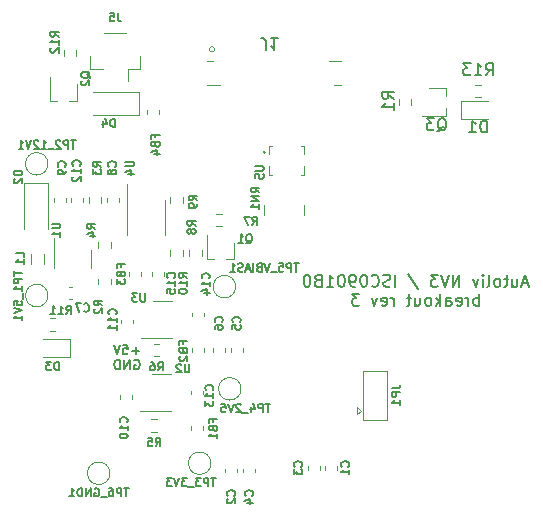
<source format=gbr>
%TF.GenerationSoftware,KiCad,Pcbnew,6.0.0-d3dd2cf0fa~116~ubuntu20.04.1*%
%TF.CreationDate,2022-01-19T11:27:02+02:00*%
%TF.ProjectId,isc0901b0-breakout,69736330-3930-4316-9230-2d627265616b,rev2*%
%TF.SameCoordinates,Original*%
%TF.FileFunction,Legend,Bot*%
%TF.FilePolarity,Positive*%
%FSLAX46Y46*%
G04 Gerber Fmt 4.6, Leading zero omitted, Abs format (unit mm)*
G04 Created by KiCad (PCBNEW 6.0.0-d3dd2cf0fa~116~ubuntu20.04.1) date 2022-01-19 11:27:02*
%MOMM*%
%LPD*%
G01*
G04 APERTURE LIST*
%ADD10C,0.150000*%
%ADD11C,0.200000*%
%ADD12C,0.120000*%
G04 APERTURE END LIST*
D10*
X87950000Y-117511666D02*
X87473809Y-117511666D01*
X88045238Y-117797380D02*
X87711904Y-116797380D01*
X87378571Y-117797380D01*
X86616666Y-117130714D02*
X86616666Y-117797380D01*
X87045238Y-117130714D02*
X87045238Y-117654523D01*
X86997619Y-117749761D01*
X86902380Y-117797380D01*
X86759523Y-117797380D01*
X86664285Y-117749761D01*
X86616666Y-117702142D01*
X86283333Y-117130714D02*
X85902380Y-117130714D01*
X86140476Y-116797380D02*
X86140476Y-117654523D01*
X86092857Y-117749761D01*
X85997619Y-117797380D01*
X85902380Y-117797380D01*
X85426190Y-117797380D02*
X85521428Y-117749761D01*
X85569047Y-117702142D01*
X85616666Y-117606904D01*
X85616666Y-117321190D01*
X85569047Y-117225952D01*
X85521428Y-117178333D01*
X85426190Y-117130714D01*
X85283333Y-117130714D01*
X85188095Y-117178333D01*
X85140476Y-117225952D01*
X85092857Y-117321190D01*
X85092857Y-117606904D01*
X85140476Y-117702142D01*
X85188095Y-117749761D01*
X85283333Y-117797380D01*
X85426190Y-117797380D01*
X84521428Y-117797380D02*
X84616666Y-117749761D01*
X84664285Y-117654523D01*
X84664285Y-116797380D01*
X84140476Y-117797380D02*
X84140476Y-117130714D01*
X84140476Y-116797380D02*
X84188095Y-116845000D01*
X84140476Y-116892619D01*
X84092857Y-116845000D01*
X84140476Y-116797380D01*
X84140476Y-116892619D01*
X83759523Y-117130714D02*
X83521428Y-117797380D01*
X83283333Y-117130714D01*
X82140476Y-117797380D02*
X82140476Y-116797380D01*
X81569047Y-117797380D01*
X81569047Y-116797380D01*
X81235714Y-116797380D02*
X80902380Y-117797380D01*
X80569047Y-116797380D01*
X80330952Y-116797380D02*
X79711904Y-116797380D01*
X80045238Y-117178333D01*
X79902380Y-117178333D01*
X79807142Y-117225952D01*
X79759523Y-117273571D01*
X79711904Y-117368809D01*
X79711904Y-117606904D01*
X79759523Y-117702142D01*
X79807142Y-117749761D01*
X79902380Y-117797380D01*
X80188095Y-117797380D01*
X80283333Y-117749761D01*
X80330952Y-117702142D01*
X77807142Y-116749761D02*
X78664285Y-118035476D01*
X76711904Y-117797380D02*
X76711904Y-116797380D01*
X76283333Y-117749761D02*
X76140476Y-117797380D01*
X75902380Y-117797380D01*
X75807142Y-117749761D01*
X75759523Y-117702142D01*
X75711904Y-117606904D01*
X75711904Y-117511666D01*
X75759523Y-117416428D01*
X75807142Y-117368809D01*
X75902380Y-117321190D01*
X76092857Y-117273571D01*
X76188095Y-117225952D01*
X76235714Y-117178333D01*
X76283333Y-117083095D01*
X76283333Y-116987857D01*
X76235714Y-116892619D01*
X76188095Y-116845000D01*
X76092857Y-116797380D01*
X75854761Y-116797380D01*
X75711904Y-116845000D01*
X74711904Y-117702142D02*
X74759523Y-117749761D01*
X74902380Y-117797380D01*
X74997619Y-117797380D01*
X75140476Y-117749761D01*
X75235714Y-117654523D01*
X75283333Y-117559285D01*
X75330952Y-117368809D01*
X75330952Y-117225952D01*
X75283333Y-117035476D01*
X75235714Y-116940238D01*
X75140476Y-116845000D01*
X74997619Y-116797380D01*
X74902380Y-116797380D01*
X74759523Y-116845000D01*
X74711904Y-116892619D01*
X74092857Y-116797380D02*
X73997619Y-116797380D01*
X73902380Y-116845000D01*
X73854761Y-116892619D01*
X73807142Y-116987857D01*
X73759523Y-117178333D01*
X73759523Y-117416428D01*
X73807142Y-117606904D01*
X73854761Y-117702142D01*
X73902380Y-117749761D01*
X73997619Y-117797380D01*
X74092857Y-117797380D01*
X74188095Y-117749761D01*
X74235714Y-117702142D01*
X74283333Y-117606904D01*
X74330952Y-117416428D01*
X74330952Y-117178333D01*
X74283333Y-116987857D01*
X74235714Y-116892619D01*
X74188095Y-116845000D01*
X74092857Y-116797380D01*
X73283333Y-117797380D02*
X73092857Y-117797380D01*
X72997619Y-117749761D01*
X72950000Y-117702142D01*
X72854761Y-117559285D01*
X72807142Y-117368809D01*
X72807142Y-116987857D01*
X72854761Y-116892619D01*
X72902380Y-116845000D01*
X72997619Y-116797380D01*
X73188095Y-116797380D01*
X73283333Y-116845000D01*
X73330952Y-116892619D01*
X73378571Y-116987857D01*
X73378571Y-117225952D01*
X73330952Y-117321190D01*
X73283333Y-117368809D01*
X73188095Y-117416428D01*
X72997619Y-117416428D01*
X72902380Y-117368809D01*
X72854761Y-117321190D01*
X72807142Y-117225952D01*
X72188095Y-116797380D02*
X72092857Y-116797380D01*
X71997619Y-116845000D01*
X71950000Y-116892619D01*
X71902380Y-116987857D01*
X71854761Y-117178333D01*
X71854761Y-117416428D01*
X71902380Y-117606904D01*
X71950000Y-117702142D01*
X71997619Y-117749761D01*
X72092857Y-117797380D01*
X72188095Y-117797380D01*
X72283333Y-117749761D01*
X72330952Y-117702142D01*
X72378571Y-117606904D01*
X72426190Y-117416428D01*
X72426190Y-117178333D01*
X72378571Y-116987857D01*
X72330952Y-116892619D01*
X72283333Y-116845000D01*
X72188095Y-116797380D01*
X70902380Y-117797380D02*
X71473809Y-117797380D01*
X71188095Y-117797380D02*
X71188095Y-116797380D01*
X71283333Y-116940238D01*
X71378571Y-117035476D01*
X71473809Y-117083095D01*
X70140476Y-117273571D02*
X69997619Y-117321190D01*
X69950000Y-117368809D01*
X69902380Y-117464047D01*
X69902380Y-117606904D01*
X69950000Y-117702142D01*
X69997619Y-117749761D01*
X70092857Y-117797380D01*
X70473809Y-117797380D01*
X70473809Y-116797380D01*
X70140476Y-116797380D01*
X70045238Y-116845000D01*
X69997619Y-116892619D01*
X69950000Y-116987857D01*
X69950000Y-117083095D01*
X69997619Y-117178333D01*
X70045238Y-117225952D01*
X70140476Y-117273571D01*
X70473809Y-117273571D01*
X69283333Y-116797380D02*
X69188095Y-116797380D01*
X69092857Y-116845000D01*
X69045238Y-116892619D01*
X68997619Y-116987857D01*
X68950000Y-117178333D01*
X68950000Y-117416428D01*
X68997619Y-117606904D01*
X69045238Y-117702142D01*
X69092857Y-117749761D01*
X69188095Y-117797380D01*
X69283333Y-117797380D01*
X69378571Y-117749761D01*
X69426190Y-117702142D01*
X69473809Y-117606904D01*
X69521428Y-117416428D01*
X69521428Y-117178333D01*
X69473809Y-116987857D01*
X69426190Y-116892619D01*
X69378571Y-116845000D01*
X69283333Y-116797380D01*
X83807142Y-119407380D02*
X83807142Y-118407380D01*
X83807142Y-118788333D02*
X83711904Y-118740714D01*
X83521428Y-118740714D01*
X83426190Y-118788333D01*
X83378571Y-118835952D01*
X83330952Y-118931190D01*
X83330952Y-119216904D01*
X83378571Y-119312142D01*
X83426190Y-119359761D01*
X83521428Y-119407380D01*
X83711904Y-119407380D01*
X83807142Y-119359761D01*
X82902380Y-119407380D02*
X82902380Y-118740714D01*
X82902380Y-118931190D02*
X82854761Y-118835952D01*
X82807142Y-118788333D01*
X82711904Y-118740714D01*
X82616666Y-118740714D01*
X81902380Y-119359761D02*
X81997619Y-119407380D01*
X82188095Y-119407380D01*
X82283333Y-119359761D01*
X82330952Y-119264523D01*
X82330952Y-118883571D01*
X82283333Y-118788333D01*
X82188095Y-118740714D01*
X81997619Y-118740714D01*
X81902380Y-118788333D01*
X81854761Y-118883571D01*
X81854761Y-118978809D01*
X82330952Y-119074047D01*
X80997619Y-119407380D02*
X80997619Y-118883571D01*
X81045238Y-118788333D01*
X81140476Y-118740714D01*
X81330952Y-118740714D01*
X81426190Y-118788333D01*
X80997619Y-119359761D02*
X81092857Y-119407380D01*
X81330952Y-119407380D01*
X81426190Y-119359761D01*
X81473809Y-119264523D01*
X81473809Y-119169285D01*
X81426190Y-119074047D01*
X81330952Y-119026428D01*
X81092857Y-119026428D01*
X80997619Y-118978809D01*
X80521428Y-119407380D02*
X80521428Y-118407380D01*
X80426190Y-119026428D02*
X80140476Y-119407380D01*
X80140476Y-118740714D02*
X80521428Y-119121666D01*
X79569047Y-119407380D02*
X79664285Y-119359761D01*
X79711904Y-119312142D01*
X79759523Y-119216904D01*
X79759523Y-118931190D01*
X79711904Y-118835952D01*
X79664285Y-118788333D01*
X79569047Y-118740714D01*
X79426190Y-118740714D01*
X79330952Y-118788333D01*
X79283333Y-118835952D01*
X79235714Y-118931190D01*
X79235714Y-119216904D01*
X79283333Y-119312142D01*
X79330952Y-119359761D01*
X79426190Y-119407380D01*
X79569047Y-119407380D01*
X78378571Y-118740714D02*
X78378571Y-119407380D01*
X78807142Y-118740714D02*
X78807142Y-119264523D01*
X78759523Y-119359761D01*
X78664285Y-119407380D01*
X78521428Y-119407380D01*
X78426190Y-119359761D01*
X78378571Y-119312142D01*
X78045238Y-118740714D02*
X77664285Y-118740714D01*
X77902380Y-118407380D02*
X77902380Y-119264523D01*
X77854761Y-119359761D01*
X77759523Y-119407380D01*
X77664285Y-119407380D01*
X76569047Y-119407380D02*
X76569047Y-118740714D01*
X76569047Y-118931190D02*
X76521428Y-118835952D01*
X76473809Y-118788333D01*
X76378571Y-118740714D01*
X76283333Y-118740714D01*
X75569047Y-119359761D02*
X75664285Y-119407380D01*
X75854761Y-119407380D01*
X75950000Y-119359761D01*
X75997619Y-119264523D01*
X75997619Y-118883571D01*
X75950000Y-118788333D01*
X75854761Y-118740714D01*
X75664285Y-118740714D01*
X75569047Y-118788333D01*
X75521428Y-118883571D01*
X75521428Y-118978809D01*
X75997619Y-119074047D01*
X75188095Y-118740714D02*
X74950000Y-119407380D01*
X74711904Y-118740714D01*
X73664285Y-118407380D02*
X73045238Y-118407380D01*
X73378571Y-118788333D01*
X73235714Y-118788333D01*
X73140476Y-118835952D01*
X73092857Y-118883571D01*
X73045238Y-118978809D01*
X73045238Y-119216904D01*
X73092857Y-119312142D01*
X73140476Y-119359761D01*
X73235714Y-119407380D01*
X73521428Y-119407380D01*
X73616666Y-119359761D01*
X73664285Y-119312142D01*
D11*
X55028571Y-123213142D02*
X54419047Y-123213142D01*
X54723809Y-123517904D02*
X54723809Y-122908380D01*
X53657142Y-122717904D02*
X54038095Y-122717904D01*
X54076190Y-123098857D01*
X54038095Y-123060761D01*
X53961904Y-123022666D01*
X53771428Y-123022666D01*
X53695238Y-123060761D01*
X53657142Y-123098857D01*
X53619047Y-123175047D01*
X53619047Y-123365523D01*
X53657142Y-123441714D01*
X53695238Y-123479809D01*
X53771428Y-123517904D01*
X53961904Y-123517904D01*
X54038095Y-123479809D01*
X54076190Y-123441714D01*
X53390476Y-122717904D02*
X53123809Y-123517904D01*
X52857142Y-122717904D01*
X54609523Y-124044000D02*
X54685714Y-124005904D01*
X54800000Y-124005904D01*
X54914285Y-124044000D01*
X54990476Y-124120190D01*
X55028571Y-124196380D01*
X55066666Y-124348761D01*
X55066666Y-124463047D01*
X55028571Y-124615428D01*
X54990476Y-124691619D01*
X54914285Y-124767809D01*
X54800000Y-124805904D01*
X54723809Y-124805904D01*
X54609523Y-124767809D01*
X54571428Y-124729714D01*
X54571428Y-124463047D01*
X54723809Y-124463047D01*
X54228571Y-124805904D02*
X54228571Y-124005904D01*
X53771428Y-124805904D01*
X53771428Y-124005904D01*
X53390476Y-124805904D02*
X53390476Y-124005904D01*
X53200000Y-124005904D01*
X53085714Y-124044000D01*
X53009523Y-124120190D01*
X52971428Y-124196380D01*
X52933333Y-124348761D01*
X52933333Y-124463047D01*
X52971428Y-124615428D01*
X53009523Y-124691619D01*
X53085714Y-124767809D01*
X53200000Y-124805904D01*
X53390476Y-124805904D01*
D10*
%TO.C,U5*%
X64866666Y-107566666D02*
X65433333Y-107566666D01*
X65500000Y-107600000D01*
X65533333Y-107633333D01*
X65566666Y-107700000D01*
X65566666Y-107833333D01*
X65533333Y-107900000D01*
X65500000Y-107933333D01*
X65433333Y-107966666D01*
X64866666Y-107966666D01*
X64866666Y-108633333D02*
X64866666Y-108300000D01*
X65200000Y-108266666D01*
X65166666Y-108300000D01*
X65133333Y-108366666D01*
X65133333Y-108533333D01*
X65166666Y-108600000D01*
X65200000Y-108633333D01*
X65266666Y-108666666D01*
X65433333Y-108666666D01*
X65500000Y-108633333D01*
X65533333Y-108600000D01*
X65566666Y-108533333D01*
X65566666Y-108366666D01*
X65533333Y-108300000D01*
X65500000Y-108266666D01*
%TO.C,R13*%
X84380357Y-99902380D02*
X84713690Y-99426190D01*
X84951785Y-99902380D02*
X84951785Y-98902380D01*
X84570833Y-98902380D01*
X84475595Y-98950000D01*
X84427976Y-98997619D01*
X84380357Y-99092857D01*
X84380357Y-99235714D01*
X84427976Y-99330952D01*
X84475595Y-99378571D01*
X84570833Y-99426190D01*
X84951785Y-99426190D01*
X83427976Y-99902380D02*
X83999404Y-99902380D01*
X83713690Y-99902380D02*
X83713690Y-98902380D01*
X83808928Y-99045238D01*
X83904166Y-99140476D01*
X83999404Y-99188095D01*
X83094642Y-98902380D02*
X82475595Y-98902380D01*
X82808928Y-99283333D01*
X82666071Y-99283333D01*
X82570833Y-99330952D01*
X82523214Y-99378571D01*
X82475595Y-99473809D01*
X82475595Y-99711904D01*
X82523214Y-99807142D01*
X82570833Y-99854761D01*
X82666071Y-99902380D01*
X82951785Y-99902380D01*
X83047023Y-99854761D01*
X83094642Y-99807142D01*
%TO.C,R1*%
X76589880Y-101883333D02*
X76113690Y-101550000D01*
X76589880Y-101311904D02*
X75589880Y-101311904D01*
X75589880Y-101692857D01*
X75637500Y-101788095D01*
X75685119Y-101835714D01*
X75780357Y-101883333D01*
X75923214Y-101883333D01*
X76018452Y-101835714D01*
X76066071Y-101788095D01*
X76113690Y-101692857D01*
X76113690Y-101311904D01*
X76589880Y-102835714D02*
X76589880Y-102264285D01*
X76589880Y-102550000D02*
X75589880Y-102550000D01*
X75732738Y-102454761D01*
X75827976Y-102359523D01*
X75875595Y-102264285D01*
%TO.C,Q3*%
X80282738Y-104647619D02*
X80377976Y-104600000D01*
X80473214Y-104504761D01*
X80616071Y-104361904D01*
X80711309Y-104314285D01*
X80806547Y-104314285D01*
X80758928Y-104552380D02*
X80854166Y-104504761D01*
X80949404Y-104409523D01*
X80997023Y-104219047D01*
X80997023Y-103885714D01*
X80949404Y-103695238D01*
X80854166Y-103600000D01*
X80758928Y-103552380D01*
X80568452Y-103552380D01*
X80473214Y-103600000D01*
X80377976Y-103695238D01*
X80330357Y-103885714D01*
X80330357Y-104219047D01*
X80377976Y-104409523D01*
X80473214Y-104504761D01*
X80568452Y-104552380D01*
X80758928Y-104552380D01*
X79997023Y-103552380D02*
X79377976Y-103552380D01*
X79711309Y-103933333D01*
X79568452Y-103933333D01*
X79473214Y-103980952D01*
X79425595Y-104028571D01*
X79377976Y-104123809D01*
X79377976Y-104361904D01*
X79425595Y-104457142D01*
X79473214Y-104504761D01*
X79568452Y-104552380D01*
X79854166Y-104552380D01*
X79949404Y-104504761D01*
X79997023Y-104457142D01*
%TO.C,D1*%
X84475595Y-104732380D02*
X84475595Y-103732380D01*
X84237500Y-103732380D01*
X84094642Y-103780000D01*
X83999404Y-103875238D01*
X83951785Y-103970476D01*
X83904166Y-104160952D01*
X83904166Y-104303809D01*
X83951785Y-104494285D01*
X83999404Y-104589523D01*
X84094642Y-104684761D01*
X84237500Y-104732380D01*
X84475595Y-104732380D01*
X82951785Y-104732380D02*
X83523214Y-104732380D01*
X83237500Y-104732380D02*
X83237500Y-103732380D01*
X83332738Y-103875238D01*
X83427976Y-103970476D01*
X83523214Y-104018095D01*
%TO.C,C1*%
X72750000Y-133033333D02*
X72783333Y-133000000D01*
X72816666Y-132900000D01*
X72816666Y-132833333D01*
X72783333Y-132733333D01*
X72716666Y-132666666D01*
X72650000Y-132633333D01*
X72516666Y-132600000D01*
X72416666Y-132600000D01*
X72283333Y-132633333D01*
X72216666Y-132666666D01*
X72150000Y-132733333D01*
X72116666Y-132833333D01*
X72116666Y-132900000D01*
X72150000Y-133000000D01*
X72183333Y-133033333D01*
X72816666Y-133700000D02*
X72816666Y-133300000D01*
X72816666Y-133500000D02*
X72116666Y-133500000D01*
X72216666Y-133433333D01*
X72283333Y-133366666D01*
X72316666Y-133300000D01*
%TO.C,C2*%
X63100000Y-135483333D02*
X63133333Y-135450000D01*
X63166666Y-135350000D01*
X63166666Y-135283333D01*
X63133333Y-135183333D01*
X63066666Y-135116666D01*
X63000000Y-135083333D01*
X62866666Y-135050000D01*
X62766666Y-135050000D01*
X62633333Y-135083333D01*
X62566666Y-135116666D01*
X62500000Y-135183333D01*
X62466666Y-135283333D01*
X62466666Y-135350000D01*
X62500000Y-135450000D01*
X62533333Y-135483333D01*
X62533333Y-135750000D02*
X62500000Y-135783333D01*
X62466666Y-135850000D01*
X62466666Y-136016666D01*
X62500000Y-136083333D01*
X62533333Y-136116666D01*
X62600000Y-136150000D01*
X62666666Y-136150000D01*
X62766666Y-136116666D01*
X63166666Y-135716666D01*
X63166666Y-136150000D01*
%TO.C,C3*%
X68750000Y-133033333D02*
X68783333Y-133000000D01*
X68816666Y-132900000D01*
X68816666Y-132833333D01*
X68783333Y-132733333D01*
X68716666Y-132666666D01*
X68650000Y-132633333D01*
X68516666Y-132600000D01*
X68416666Y-132600000D01*
X68283333Y-132633333D01*
X68216666Y-132666666D01*
X68150000Y-132733333D01*
X68116666Y-132833333D01*
X68116666Y-132900000D01*
X68150000Y-133000000D01*
X68183333Y-133033333D01*
X68116666Y-133266666D02*
X68116666Y-133700000D01*
X68383333Y-133466666D01*
X68383333Y-133566666D01*
X68416666Y-133633333D01*
X68450000Y-133666666D01*
X68516666Y-133700000D01*
X68683333Y-133700000D01*
X68750000Y-133666666D01*
X68783333Y-133633333D01*
X68816666Y-133566666D01*
X68816666Y-133366666D01*
X68783333Y-133300000D01*
X68750000Y-133266666D01*
%TO.C,C4*%
X64600000Y-135483333D02*
X64633333Y-135450000D01*
X64666666Y-135350000D01*
X64666666Y-135283333D01*
X64633333Y-135183333D01*
X64566666Y-135116666D01*
X64500000Y-135083333D01*
X64366666Y-135050000D01*
X64266666Y-135050000D01*
X64133333Y-135083333D01*
X64066666Y-135116666D01*
X64000000Y-135183333D01*
X63966666Y-135283333D01*
X63966666Y-135350000D01*
X64000000Y-135450000D01*
X64033333Y-135483333D01*
X64200000Y-136083333D02*
X64666666Y-136083333D01*
X63933333Y-135916666D02*
X64433333Y-135750000D01*
X64433333Y-136183333D01*
%TO.C,C5*%
X63550000Y-120783333D02*
X63583333Y-120750000D01*
X63616666Y-120650000D01*
X63616666Y-120583333D01*
X63583333Y-120483333D01*
X63516666Y-120416666D01*
X63450000Y-120383333D01*
X63316666Y-120350000D01*
X63216666Y-120350000D01*
X63083333Y-120383333D01*
X63016666Y-120416666D01*
X62950000Y-120483333D01*
X62916666Y-120583333D01*
X62916666Y-120650000D01*
X62950000Y-120750000D01*
X62983333Y-120783333D01*
X62916666Y-121416666D02*
X62916666Y-121083333D01*
X63250000Y-121050000D01*
X63216666Y-121083333D01*
X63183333Y-121150000D01*
X63183333Y-121316666D01*
X63216666Y-121383333D01*
X63250000Y-121416666D01*
X63316666Y-121450000D01*
X63483333Y-121450000D01*
X63550000Y-121416666D01*
X63583333Y-121383333D01*
X63616666Y-121316666D01*
X63616666Y-121150000D01*
X63583333Y-121083333D01*
X63550000Y-121050000D01*
%TO.C,C6*%
X62050000Y-120783333D02*
X62083333Y-120750000D01*
X62116666Y-120650000D01*
X62116666Y-120583333D01*
X62083333Y-120483333D01*
X62016666Y-120416666D01*
X61950000Y-120383333D01*
X61816666Y-120350000D01*
X61716666Y-120350000D01*
X61583333Y-120383333D01*
X61516666Y-120416666D01*
X61450000Y-120483333D01*
X61416666Y-120583333D01*
X61416666Y-120650000D01*
X61450000Y-120750000D01*
X61483333Y-120783333D01*
X61416666Y-121383333D02*
X61416666Y-121250000D01*
X61450000Y-121183333D01*
X61483333Y-121150000D01*
X61583333Y-121083333D01*
X61716666Y-121050000D01*
X61983333Y-121050000D01*
X62050000Y-121083333D01*
X62083333Y-121116666D01*
X62116666Y-121183333D01*
X62116666Y-121316666D01*
X62083333Y-121383333D01*
X62050000Y-121416666D01*
X61983333Y-121450000D01*
X61816666Y-121450000D01*
X61750000Y-121416666D01*
X61716666Y-121383333D01*
X61683333Y-121316666D01*
X61683333Y-121183333D01*
X61716666Y-121116666D01*
X61750000Y-121083333D01*
X61816666Y-121050000D01*
%TO.C,C7*%
X50366666Y-119850000D02*
X50400000Y-119883333D01*
X50500000Y-119916666D01*
X50566666Y-119916666D01*
X50666666Y-119883333D01*
X50733333Y-119816666D01*
X50766666Y-119750000D01*
X50800000Y-119616666D01*
X50800000Y-119516666D01*
X50766666Y-119383333D01*
X50733333Y-119316666D01*
X50666666Y-119250000D01*
X50566666Y-119216666D01*
X50500000Y-119216666D01*
X50400000Y-119250000D01*
X50366666Y-119283333D01*
X50133333Y-119216666D02*
X49666666Y-119216666D01*
X49966666Y-119916666D01*
%TO.C,C8*%
X53000000Y-107633333D02*
X53033333Y-107600000D01*
X53066666Y-107500000D01*
X53066666Y-107433333D01*
X53033333Y-107333333D01*
X52966666Y-107266666D01*
X52900000Y-107233333D01*
X52766666Y-107200000D01*
X52666666Y-107200000D01*
X52533333Y-107233333D01*
X52466666Y-107266666D01*
X52400000Y-107333333D01*
X52366666Y-107433333D01*
X52366666Y-107500000D01*
X52400000Y-107600000D01*
X52433333Y-107633333D01*
X52666666Y-108033333D02*
X52633333Y-107966666D01*
X52600000Y-107933333D01*
X52533333Y-107900000D01*
X52500000Y-107900000D01*
X52433333Y-107933333D01*
X52400000Y-107966666D01*
X52366666Y-108033333D01*
X52366666Y-108166666D01*
X52400000Y-108233333D01*
X52433333Y-108266666D01*
X52500000Y-108300000D01*
X52533333Y-108300000D01*
X52600000Y-108266666D01*
X52633333Y-108233333D01*
X52666666Y-108166666D01*
X52666666Y-108033333D01*
X52700000Y-107966666D01*
X52733333Y-107933333D01*
X52800000Y-107900000D01*
X52933333Y-107900000D01*
X53000000Y-107933333D01*
X53033333Y-107966666D01*
X53066666Y-108033333D01*
X53066666Y-108166666D01*
X53033333Y-108233333D01*
X53000000Y-108266666D01*
X52933333Y-108300000D01*
X52800000Y-108300000D01*
X52733333Y-108266666D01*
X52700000Y-108233333D01*
X52666666Y-108166666D01*
%TO.C,C9*%
X48750000Y-107633333D02*
X48783333Y-107600000D01*
X48816666Y-107500000D01*
X48816666Y-107433333D01*
X48783333Y-107333333D01*
X48716666Y-107266666D01*
X48650000Y-107233333D01*
X48516666Y-107200000D01*
X48416666Y-107200000D01*
X48283333Y-107233333D01*
X48216666Y-107266666D01*
X48150000Y-107333333D01*
X48116666Y-107433333D01*
X48116666Y-107500000D01*
X48150000Y-107600000D01*
X48183333Y-107633333D01*
X48816666Y-107966666D02*
X48816666Y-108100000D01*
X48783333Y-108166666D01*
X48750000Y-108200000D01*
X48650000Y-108266666D01*
X48516666Y-108300000D01*
X48250000Y-108300000D01*
X48183333Y-108266666D01*
X48150000Y-108233333D01*
X48116666Y-108166666D01*
X48116666Y-108033333D01*
X48150000Y-107966666D01*
X48183333Y-107933333D01*
X48250000Y-107900000D01*
X48416666Y-107900000D01*
X48483333Y-107933333D01*
X48516666Y-107966666D01*
X48550000Y-108033333D01*
X48550000Y-108166666D01*
X48516666Y-108233333D01*
X48483333Y-108266666D01*
X48416666Y-108300000D01*
%TO.C,C10*%
X54000000Y-129300000D02*
X54033333Y-129266666D01*
X54066666Y-129166666D01*
X54066666Y-129100000D01*
X54033333Y-129000000D01*
X53966666Y-128933333D01*
X53900000Y-128900000D01*
X53766666Y-128866666D01*
X53666666Y-128866666D01*
X53533333Y-128900000D01*
X53466666Y-128933333D01*
X53400000Y-129000000D01*
X53366666Y-129100000D01*
X53366666Y-129166666D01*
X53400000Y-129266666D01*
X53433333Y-129300000D01*
X54066666Y-129966666D02*
X54066666Y-129566666D01*
X54066666Y-129766666D02*
X53366666Y-129766666D01*
X53466666Y-129700000D01*
X53533333Y-129633333D01*
X53566666Y-129566666D01*
X53366666Y-130400000D02*
X53366666Y-130466666D01*
X53400000Y-130533333D01*
X53433333Y-130566666D01*
X53500000Y-130600000D01*
X53633333Y-130633333D01*
X53800000Y-130633333D01*
X53933333Y-130600000D01*
X54000000Y-130566666D01*
X54033333Y-130533333D01*
X54066666Y-130466666D01*
X54066666Y-130400000D01*
X54033333Y-130333333D01*
X54000000Y-130300000D01*
X53933333Y-130266666D01*
X53800000Y-130233333D01*
X53633333Y-130233333D01*
X53500000Y-130266666D01*
X53433333Y-130300000D01*
X53400000Y-130333333D01*
X53366666Y-130400000D01*
%TO.C,C11*%
X53050000Y-120150000D02*
X53083333Y-120116666D01*
X53116666Y-120016666D01*
X53116666Y-119950000D01*
X53083333Y-119850000D01*
X53016666Y-119783333D01*
X52950000Y-119750000D01*
X52816666Y-119716666D01*
X52716666Y-119716666D01*
X52583333Y-119750000D01*
X52516666Y-119783333D01*
X52450000Y-119850000D01*
X52416666Y-119950000D01*
X52416666Y-120016666D01*
X52450000Y-120116666D01*
X52483333Y-120150000D01*
X53116666Y-120816666D02*
X53116666Y-120416666D01*
X53116666Y-120616666D02*
X52416666Y-120616666D01*
X52516666Y-120550000D01*
X52583333Y-120483333D01*
X52616666Y-120416666D01*
X53116666Y-121483333D02*
X53116666Y-121083333D01*
X53116666Y-121283333D02*
X52416666Y-121283333D01*
X52516666Y-121216666D01*
X52583333Y-121150000D01*
X52616666Y-121083333D01*
%TO.C,C12*%
X50000000Y-107550000D02*
X50033333Y-107516666D01*
X50066666Y-107416666D01*
X50066666Y-107350000D01*
X50033333Y-107250000D01*
X49966666Y-107183333D01*
X49900000Y-107150000D01*
X49766666Y-107116666D01*
X49666666Y-107116666D01*
X49533333Y-107150000D01*
X49466666Y-107183333D01*
X49400000Y-107250000D01*
X49366666Y-107350000D01*
X49366666Y-107416666D01*
X49400000Y-107516666D01*
X49433333Y-107550000D01*
X50066666Y-108216666D02*
X50066666Y-107816666D01*
X50066666Y-108016666D02*
X49366666Y-108016666D01*
X49466666Y-107950000D01*
X49533333Y-107883333D01*
X49566666Y-107816666D01*
X49433333Y-108483333D02*
X49400000Y-108516666D01*
X49366666Y-108583333D01*
X49366666Y-108750000D01*
X49400000Y-108816666D01*
X49433333Y-108850000D01*
X49500000Y-108883333D01*
X49566666Y-108883333D01*
X49666666Y-108850000D01*
X50066666Y-108450000D01*
X50066666Y-108883333D01*
%TO.C,C13*%
X61250000Y-126550000D02*
X61283333Y-126516666D01*
X61316666Y-126416666D01*
X61316666Y-126350000D01*
X61283333Y-126250000D01*
X61216666Y-126183333D01*
X61150000Y-126150000D01*
X61016666Y-126116666D01*
X60916666Y-126116666D01*
X60783333Y-126150000D01*
X60716666Y-126183333D01*
X60650000Y-126250000D01*
X60616666Y-126350000D01*
X60616666Y-126416666D01*
X60650000Y-126516666D01*
X60683333Y-126550000D01*
X61316666Y-127216666D02*
X61316666Y-126816666D01*
X61316666Y-127016666D02*
X60616666Y-127016666D01*
X60716666Y-126950000D01*
X60783333Y-126883333D01*
X60816666Y-126816666D01*
X60616666Y-127450000D02*
X60616666Y-127883333D01*
X60883333Y-127650000D01*
X60883333Y-127750000D01*
X60916666Y-127816666D01*
X60950000Y-127850000D01*
X61016666Y-127883333D01*
X61183333Y-127883333D01*
X61250000Y-127850000D01*
X61283333Y-127816666D01*
X61316666Y-127750000D01*
X61316666Y-127550000D01*
X61283333Y-127483333D01*
X61250000Y-127450000D01*
%TO.C,C14*%
X60950000Y-117100000D02*
X60983333Y-117066666D01*
X61016666Y-116966666D01*
X61016666Y-116900000D01*
X60983333Y-116800000D01*
X60916666Y-116733333D01*
X60850000Y-116700000D01*
X60716666Y-116666666D01*
X60616666Y-116666666D01*
X60483333Y-116700000D01*
X60416666Y-116733333D01*
X60350000Y-116800000D01*
X60316666Y-116900000D01*
X60316666Y-116966666D01*
X60350000Y-117066666D01*
X60383333Y-117100000D01*
X61016666Y-117766666D02*
X61016666Y-117366666D01*
X61016666Y-117566666D02*
X60316666Y-117566666D01*
X60416666Y-117500000D01*
X60483333Y-117433333D01*
X60516666Y-117366666D01*
X60550000Y-118366666D02*
X61016666Y-118366666D01*
X60283333Y-118200000D02*
X60783333Y-118033333D01*
X60783333Y-118466666D01*
%TO.C,D2*%
X45116666Y-107983333D02*
X44416666Y-107983333D01*
X44416666Y-108150000D01*
X44450000Y-108250000D01*
X44516666Y-108316666D01*
X44583333Y-108350000D01*
X44716666Y-108383333D01*
X44816666Y-108383333D01*
X44950000Y-108350000D01*
X45016666Y-108316666D01*
X45083333Y-108250000D01*
X45116666Y-108150000D01*
X45116666Y-107983333D01*
X44483333Y-108650000D02*
X44450000Y-108683333D01*
X44416666Y-108750000D01*
X44416666Y-108916666D01*
X44450000Y-108983333D01*
X44483333Y-109016666D01*
X44550000Y-109050000D01*
X44616666Y-109050000D01*
X44716666Y-109016666D01*
X45116666Y-108616666D01*
X45116666Y-109050000D01*
%TO.C,FB1*%
X61280000Y-129216666D02*
X61280000Y-128983333D01*
X61646666Y-128983333D02*
X60946666Y-128983333D01*
X60946666Y-129316666D01*
X61280000Y-129816666D02*
X61313333Y-129916666D01*
X61346666Y-129950000D01*
X61413333Y-129983333D01*
X61513333Y-129983333D01*
X61580000Y-129950000D01*
X61613333Y-129916666D01*
X61646666Y-129850000D01*
X61646666Y-129583333D01*
X60946666Y-129583333D01*
X60946666Y-129816666D01*
X60980000Y-129883333D01*
X61013333Y-129916666D01*
X61080000Y-129950000D01*
X61146666Y-129950000D01*
X61213333Y-129916666D01*
X61246666Y-129883333D01*
X61280000Y-129816666D01*
X61280000Y-129583333D01*
X61646666Y-130650000D02*
X61646666Y-130250000D01*
X61646666Y-130450000D02*
X60946666Y-130450000D01*
X61046666Y-130383333D01*
X61113333Y-130316666D01*
X61146666Y-130250000D01*
%TO.C,JP1*%
X76416666Y-126416666D02*
X76916666Y-126416666D01*
X77016666Y-126383333D01*
X77083333Y-126316666D01*
X77116666Y-126216666D01*
X77116666Y-126150000D01*
X77116666Y-126750000D02*
X76416666Y-126750000D01*
X76416666Y-127016666D01*
X76450000Y-127083333D01*
X76483333Y-127116666D01*
X76550000Y-127150000D01*
X76650000Y-127150000D01*
X76716666Y-127116666D01*
X76750000Y-127083333D01*
X76783333Y-127016666D01*
X76783333Y-126750000D01*
X77116666Y-127816666D02*
X77116666Y-127416666D01*
X77116666Y-127616666D02*
X76416666Y-127616666D01*
X76516666Y-127550000D01*
X76583333Y-127483333D01*
X76616666Y-127416666D01*
%TO.C,L1*%
X45316666Y-115283333D02*
X45316666Y-114950000D01*
X44616666Y-114950000D01*
X45316666Y-115883333D02*
X45316666Y-115483333D01*
X45316666Y-115683333D02*
X44616666Y-115683333D01*
X44716666Y-115616666D01*
X44783333Y-115550000D01*
X44816666Y-115483333D01*
%TO.C,R2*%
X51916666Y-119383333D02*
X51583333Y-119150000D01*
X51916666Y-118983333D02*
X51216666Y-118983333D01*
X51216666Y-119250000D01*
X51250000Y-119316666D01*
X51283333Y-119350000D01*
X51350000Y-119383333D01*
X51450000Y-119383333D01*
X51516666Y-119350000D01*
X51550000Y-119316666D01*
X51583333Y-119250000D01*
X51583333Y-118983333D01*
X51283333Y-119650000D02*
X51250000Y-119683333D01*
X51216666Y-119750000D01*
X51216666Y-119916666D01*
X51250000Y-119983333D01*
X51283333Y-120016666D01*
X51350000Y-120050000D01*
X51416666Y-120050000D01*
X51516666Y-120016666D01*
X51916666Y-119616666D01*
X51916666Y-120050000D01*
%TO.C,R3*%
X51816666Y-107633333D02*
X51483333Y-107400000D01*
X51816666Y-107233333D02*
X51116666Y-107233333D01*
X51116666Y-107500000D01*
X51150000Y-107566666D01*
X51183333Y-107600000D01*
X51250000Y-107633333D01*
X51350000Y-107633333D01*
X51416666Y-107600000D01*
X51450000Y-107566666D01*
X51483333Y-107500000D01*
X51483333Y-107233333D01*
X51116666Y-107866666D02*
X51116666Y-108300000D01*
X51383333Y-108066666D01*
X51383333Y-108166666D01*
X51416666Y-108233333D01*
X51450000Y-108266666D01*
X51516666Y-108300000D01*
X51683333Y-108300000D01*
X51750000Y-108266666D01*
X51783333Y-108233333D01*
X51816666Y-108166666D01*
X51816666Y-107966666D01*
X51783333Y-107900000D01*
X51750000Y-107866666D01*
%TO.C,R4*%
X51316666Y-112883333D02*
X50983333Y-112650000D01*
X51316666Y-112483333D02*
X50616666Y-112483333D01*
X50616666Y-112750000D01*
X50650000Y-112816666D01*
X50683333Y-112850000D01*
X50750000Y-112883333D01*
X50850000Y-112883333D01*
X50916666Y-112850000D01*
X50950000Y-112816666D01*
X50983333Y-112750000D01*
X50983333Y-112483333D01*
X50850000Y-113483333D02*
X51316666Y-113483333D01*
X50583333Y-113316666D02*
X51083333Y-113150000D01*
X51083333Y-113583333D01*
%TO.C,R5*%
X56416666Y-131296666D02*
X56650000Y-130963333D01*
X56816666Y-131296666D02*
X56816666Y-130596666D01*
X56550000Y-130596666D01*
X56483333Y-130630000D01*
X56450000Y-130663333D01*
X56416666Y-130730000D01*
X56416666Y-130830000D01*
X56450000Y-130896666D01*
X56483333Y-130930000D01*
X56550000Y-130963333D01*
X56816666Y-130963333D01*
X55783333Y-130596666D02*
X56116666Y-130596666D01*
X56150000Y-130930000D01*
X56116666Y-130896666D01*
X56050000Y-130863333D01*
X55883333Y-130863333D01*
X55816666Y-130896666D01*
X55783333Y-130930000D01*
X55750000Y-130996666D01*
X55750000Y-131163333D01*
X55783333Y-131230000D01*
X55816666Y-131263333D01*
X55883333Y-131296666D01*
X56050000Y-131296666D01*
X56116666Y-131263333D01*
X56150000Y-131230000D01*
%TO.C,R6*%
X56616666Y-124896666D02*
X56850000Y-124563333D01*
X57016666Y-124896666D02*
X57016666Y-124196666D01*
X56750000Y-124196666D01*
X56683333Y-124230000D01*
X56650000Y-124263333D01*
X56616666Y-124330000D01*
X56616666Y-124430000D01*
X56650000Y-124496666D01*
X56683333Y-124530000D01*
X56750000Y-124563333D01*
X57016666Y-124563333D01*
X56016666Y-124196666D02*
X56150000Y-124196666D01*
X56216666Y-124230000D01*
X56250000Y-124263333D01*
X56316666Y-124363333D01*
X56350000Y-124496666D01*
X56350000Y-124763333D01*
X56316666Y-124830000D01*
X56283333Y-124863333D01*
X56216666Y-124896666D01*
X56083333Y-124896666D01*
X56016666Y-124863333D01*
X55983333Y-124830000D01*
X55950000Y-124763333D01*
X55950000Y-124596666D01*
X55983333Y-124530000D01*
X56016666Y-124496666D01*
X56083333Y-124463333D01*
X56216666Y-124463333D01*
X56283333Y-124496666D01*
X56316666Y-124530000D01*
X56350000Y-124596666D01*
%TO.C,U2*%
X59283333Y-124366666D02*
X59283333Y-124933333D01*
X59250000Y-125000000D01*
X59216666Y-125033333D01*
X59150000Y-125066666D01*
X59016666Y-125066666D01*
X58950000Y-125033333D01*
X58916666Y-125000000D01*
X58883333Y-124933333D01*
X58883333Y-124366666D01*
X58583333Y-124433333D02*
X58550000Y-124400000D01*
X58483333Y-124366666D01*
X58316666Y-124366666D01*
X58250000Y-124400000D01*
X58216666Y-124433333D01*
X58183333Y-124500000D01*
X58183333Y-124566666D01*
X58216666Y-124666666D01*
X58616666Y-125066666D01*
X58183333Y-125066666D01*
%TO.C,U3*%
X55533333Y-118366666D02*
X55533333Y-118933333D01*
X55500000Y-119000000D01*
X55466666Y-119033333D01*
X55400000Y-119066666D01*
X55266666Y-119066666D01*
X55200000Y-119033333D01*
X55166666Y-119000000D01*
X55133333Y-118933333D01*
X55133333Y-118366666D01*
X54866666Y-118366666D02*
X54433333Y-118366666D01*
X54666666Y-118633333D01*
X54566666Y-118633333D01*
X54500000Y-118666666D01*
X54466666Y-118700000D01*
X54433333Y-118766666D01*
X54433333Y-118933333D01*
X54466666Y-119000000D01*
X54500000Y-119033333D01*
X54566666Y-119066666D01*
X54766666Y-119066666D01*
X54833333Y-119033333D01*
X54866666Y-119000000D01*
%TO.C,D3*%
X48216666Y-124866666D02*
X48216666Y-124166666D01*
X48050000Y-124166666D01*
X47950000Y-124200000D01*
X47883333Y-124266666D01*
X47850000Y-124333333D01*
X47816666Y-124466666D01*
X47816666Y-124566666D01*
X47850000Y-124700000D01*
X47883333Y-124766666D01*
X47950000Y-124833333D01*
X48050000Y-124866666D01*
X48216666Y-124866666D01*
X47583333Y-124166666D02*
X47150000Y-124166666D01*
X47383333Y-124433333D01*
X47283333Y-124433333D01*
X47216666Y-124466666D01*
X47183333Y-124500000D01*
X47150000Y-124566666D01*
X47150000Y-124733333D01*
X47183333Y-124800000D01*
X47216666Y-124833333D01*
X47283333Y-124866666D01*
X47483333Y-124866666D01*
X47550000Y-124833333D01*
X47583333Y-124800000D01*
%TO.C,R11*%
X48850000Y-120116666D02*
X49083333Y-119783333D01*
X49250000Y-120116666D02*
X49250000Y-119416666D01*
X48983333Y-119416666D01*
X48916666Y-119450000D01*
X48883333Y-119483333D01*
X48850000Y-119550000D01*
X48850000Y-119650000D01*
X48883333Y-119716666D01*
X48916666Y-119750000D01*
X48983333Y-119783333D01*
X49250000Y-119783333D01*
X48183333Y-120116666D02*
X48583333Y-120116666D01*
X48383333Y-120116666D02*
X48383333Y-119416666D01*
X48450000Y-119516666D01*
X48516666Y-119583333D01*
X48583333Y-119616666D01*
X47516666Y-120116666D02*
X47916666Y-120116666D01*
X47716666Y-120116666D02*
X47716666Y-119416666D01*
X47783333Y-119516666D01*
X47850000Y-119583333D01*
X47916666Y-119616666D01*
%TO.C,U1*%
X47616666Y-112466666D02*
X48183333Y-112466666D01*
X48250000Y-112500000D01*
X48283333Y-112533333D01*
X48316666Y-112600000D01*
X48316666Y-112733333D01*
X48283333Y-112800000D01*
X48250000Y-112833333D01*
X48183333Y-112866666D01*
X47616666Y-112866666D01*
X48316666Y-113566666D02*
X48316666Y-113166666D01*
X48316666Y-113366666D02*
X47616666Y-113366666D01*
X47716666Y-113300000D01*
X47783333Y-113233333D01*
X47816666Y-113166666D01*
%TO.C,U4*%
X53866666Y-107216666D02*
X54433333Y-107216666D01*
X54500000Y-107250000D01*
X54533333Y-107283333D01*
X54566666Y-107350000D01*
X54566666Y-107483333D01*
X54533333Y-107550000D01*
X54500000Y-107583333D01*
X54433333Y-107616666D01*
X53866666Y-107616666D01*
X54100000Y-108250000D02*
X54566666Y-108250000D01*
X53833333Y-108083333D02*
X54333333Y-107916666D01*
X54333333Y-108350000D01*
%TO.C,R8*%
X59816666Y-112633333D02*
X59483333Y-112400000D01*
X59816666Y-112233333D02*
X59116666Y-112233333D01*
X59116666Y-112500000D01*
X59150000Y-112566666D01*
X59183333Y-112600000D01*
X59250000Y-112633333D01*
X59350000Y-112633333D01*
X59416666Y-112600000D01*
X59450000Y-112566666D01*
X59483333Y-112500000D01*
X59483333Y-112233333D01*
X59416666Y-113033333D02*
X59383333Y-112966666D01*
X59350000Y-112933333D01*
X59283333Y-112900000D01*
X59250000Y-112900000D01*
X59183333Y-112933333D01*
X59150000Y-112966666D01*
X59116666Y-113033333D01*
X59116666Y-113166666D01*
X59150000Y-113233333D01*
X59183333Y-113266666D01*
X59250000Y-113300000D01*
X59283333Y-113300000D01*
X59350000Y-113266666D01*
X59383333Y-113233333D01*
X59416666Y-113166666D01*
X59416666Y-113033333D01*
X59450000Y-112966666D01*
X59483333Y-112933333D01*
X59550000Y-112900000D01*
X59683333Y-112900000D01*
X59750000Y-112933333D01*
X59783333Y-112966666D01*
X59816666Y-113033333D01*
X59816666Y-113166666D01*
X59783333Y-113233333D01*
X59750000Y-113266666D01*
X59683333Y-113300000D01*
X59550000Y-113300000D01*
X59483333Y-113266666D01*
X59450000Y-113233333D01*
X59416666Y-113166666D01*
%TO.C,Q1*%
X64066666Y-114133333D02*
X64133333Y-114100000D01*
X64200000Y-114033333D01*
X64300000Y-113933333D01*
X64366666Y-113900000D01*
X64433333Y-113900000D01*
X64400000Y-114066666D02*
X64466666Y-114033333D01*
X64533333Y-113966666D01*
X64566666Y-113833333D01*
X64566666Y-113600000D01*
X64533333Y-113466666D01*
X64466666Y-113400000D01*
X64400000Y-113366666D01*
X64266666Y-113366666D01*
X64200000Y-113400000D01*
X64133333Y-113466666D01*
X64100000Y-113600000D01*
X64100000Y-113833333D01*
X64133333Y-113966666D01*
X64200000Y-114033333D01*
X64266666Y-114066666D01*
X64400000Y-114066666D01*
X63433333Y-114066666D02*
X63833333Y-114066666D01*
X63633333Y-114066666D02*
X63633333Y-113366666D01*
X63700000Y-113466666D01*
X63766666Y-113533333D01*
X63833333Y-113566666D01*
%TO.C,R7*%
X64616666Y-112566666D02*
X64850000Y-112233333D01*
X65016666Y-112566666D02*
X65016666Y-111866666D01*
X64750000Y-111866666D01*
X64683333Y-111900000D01*
X64650000Y-111933333D01*
X64616666Y-112000000D01*
X64616666Y-112100000D01*
X64650000Y-112166666D01*
X64683333Y-112200000D01*
X64750000Y-112233333D01*
X65016666Y-112233333D01*
X64383333Y-111866666D02*
X63916666Y-111866666D01*
X64216666Y-112566666D01*
%TO.C,R10*%
X59066666Y-117050000D02*
X58733333Y-116816666D01*
X59066666Y-116650000D02*
X58366666Y-116650000D01*
X58366666Y-116916666D01*
X58400000Y-116983333D01*
X58433333Y-117016666D01*
X58500000Y-117050000D01*
X58600000Y-117050000D01*
X58666666Y-117016666D01*
X58700000Y-116983333D01*
X58733333Y-116916666D01*
X58733333Y-116650000D01*
X59066666Y-117716666D02*
X59066666Y-117316666D01*
X59066666Y-117516666D02*
X58366666Y-117516666D01*
X58466666Y-117450000D01*
X58533333Y-117383333D01*
X58566666Y-117316666D01*
X58366666Y-118150000D02*
X58366666Y-118216666D01*
X58400000Y-118283333D01*
X58433333Y-118316666D01*
X58500000Y-118350000D01*
X58633333Y-118383333D01*
X58800000Y-118383333D01*
X58933333Y-118350000D01*
X59000000Y-118316666D01*
X59033333Y-118283333D01*
X59066666Y-118216666D01*
X59066666Y-118150000D01*
X59033333Y-118083333D01*
X59000000Y-118050000D01*
X58933333Y-118016666D01*
X58800000Y-117983333D01*
X58633333Y-117983333D01*
X58500000Y-118016666D01*
X58433333Y-118050000D01*
X58400000Y-118083333D01*
X58366666Y-118150000D01*
%TO.C,R9*%
X59916666Y-110483333D02*
X59583333Y-110250000D01*
X59916666Y-110083333D02*
X59216666Y-110083333D01*
X59216666Y-110350000D01*
X59250000Y-110416666D01*
X59283333Y-110450000D01*
X59350000Y-110483333D01*
X59450000Y-110483333D01*
X59516666Y-110450000D01*
X59550000Y-110416666D01*
X59583333Y-110350000D01*
X59583333Y-110083333D01*
X59916666Y-110816666D02*
X59916666Y-110950000D01*
X59883333Y-111016666D01*
X59850000Y-111050000D01*
X59750000Y-111116666D01*
X59616666Y-111150000D01*
X59350000Y-111150000D01*
X59283333Y-111116666D01*
X59250000Y-111083333D01*
X59216666Y-111016666D01*
X59216666Y-110883333D01*
X59250000Y-110816666D01*
X59283333Y-110783333D01*
X59350000Y-110750000D01*
X59516666Y-110750000D01*
X59583333Y-110783333D01*
X59616666Y-110816666D01*
X59650000Y-110883333D01*
X59650000Y-111016666D01*
X59616666Y-111083333D01*
X59583333Y-111116666D01*
X59516666Y-111150000D01*
%TO.C,FB3*%
X53450000Y-116154166D02*
X53450000Y-115920833D01*
X53816666Y-115920833D02*
X53116666Y-115920833D01*
X53116666Y-116254166D01*
X53450000Y-116754166D02*
X53483333Y-116854166D01*
X53516666Y-116887500D01*
X53583333Y-116920833D01*
X53683333Y-116920833D01*
X53750000Y-116887500D01*
X53783333Y-116854166D01*
X53816666Y-116787500D01*
X53816666Y-116520833D01*
X53116666Y-116520833D01*
X53116666Y-116754166D01*
X53150000Y-116820833D01*
X53183333Y-116854166D01*
X53250000Y-116887500D01*
X53316666Y-116887500D01*
X53383333Y-116854166D01*
X53416666Y-116820833D01*
X53450000Y-116754166D01*
X53450000Y-116520833D01*
X53116666Y-117154166D02*
X53116666Y-117587500D01*
X53383333Y-117354166D01*
X53383333Y-117454166D01*
X53416666Y-117520833D01*
X53450000Y-117554166D01*
X53516666Y-117587500D01*
X53683333Y-117587500D01*
X53750000Y-117554166D01*
X53783333Y-117520833D01*
X53816666Y-117454166D01*
X53816666Y-117254166D01*
X53783333Y-117187500D01*
X53750000Y-117154166D01*
%TO.C,C15*%
X58000000Y-117050000D02*
X58033333Y-117016666D01*
X58066666Y-116916666D01*
X58066666Y-116850000D01*
X58033333Y-116750000D01*
X57966666Y-116683333D01*
X57900000Y-116650000D01*
X57766666Y-116616666D01*
X57666666Y-116616666D01*
X57533333Y-116650000D01*
X57466666Y-116683333D01*
X57400000Y-116750000D01*
X57366666Y-116850000D01*
X57366666Y-116916666D01*
X57400000Y-117016666D01*
X57433333Y-117050000D01*
X58066666Y-117716666D02*
X58066666Y-117316666D01*
X58066666Y-117516666D02*
X57366666Y-117516666D01*
X57466666Y-117450000D01*
X57533333Y-117383333D01*
X57566666Y-117316666D01*
X57366666Y-118350000D02*
X57366666Y-118016666D01*
X57700000Y-117983333D01*
X57666666Y-118016666D01*
X57633333Y-118083333D01*
X57633333Y-118250000D01*
X57666666Y-118316666D01*
X57700000Y-118350000D01*
X57766666Y-118383333D01*
X57933333Y-118383333D01*
X58000000Y-118350000D01*
X58033333Y-118316666D01*
X58066666Y-118250000D01*
X58066666Y-118083333D01*
X58033333Y-118016666D01*
X58000000Y-117983333D01*
%TO.C,FB2*%
X58750000Y-122666666D02*
X58750000Y-122433333D01*
X59116666Y-122433333D02*
X58416666Y-122433333D01*
X58416666Y-122766666D01*
X58750000Y-123266666D02*
X58783333Y-123366666D01*
X58816666Y-123400000D01*
X58883333Y-123433333D01*
X58983333Y-123433333D01*
X59050000Y-123400000D01*
X59083333Y-123366666D01*
X59116666Y-123300000D01*
X59116666Y-123033333D01*
X58416666Y-123033333D01*
X58416666Y-123266666D01*
X58450000Y-123333333D01*
X58483333Y-123366666D01*
X58550000Y-123400000D01*
X58616666Y-123400000D01*
X58683333Y-123366666D01*
X58716666Y-123333333D01*
X58750000Y-123266666D01*
X58750000Y-123033333D01*
X58483333Y-123700000D02*
X58450000Y-123733333D01*
X58416666Y-123800000D01*
X58416666Y-123966666D01*
X58450000Y-124033333D01*
X58483333Y-124066666D01*
X58550000Y-124100000D01*
X58616666Y-124100000D01*
X58716666Y-124066666D01*
X59116666Y-123666666D01*
X59116666Y-124100000D01*
%TO.C,D4*%
X52966666Y-104266666D02*
X52966666Y-103566666D01*
X52800000Y-103566666D01*
X52700000Y-103600000D01*
X52633333Y-103666666D01*
X52600000Y-103733333D01*
X52566666Y-103866666D01*
X52566666Y-103966666D01*
X52600000Y-104100000D01*
X52633333Y-104166666D01*
X52700000Y-104233333D01*
X52800000Y-104266666D01*
X52966666Y-104266666D01*
X51966666Y-103800000D02*
X51966666Y-104266666D01*
X52133333Y-103533333D02*
X52300000Y-104033333D01*
X51866666Y-104033333D01*
%TO.C,FB4*%
X56400000Y-105166666D02*
X56400000Y-104933333D01*
X56766666Y-104933333D02*
X56066666Y-104933333D01*
X56066666Y-105266666D01*
X56400000Y-105766666D02*
X56433333Y-105866666D01*
X56466666Y-105900000D01*
X56533333Y-105933333D01*
X56633333Y-105933333D01*
X56700000Y-105900000D01*
X56733333Y-105866666D01*
X56766666Y-105800000D01*
X56766666Y-105533333D01*
X56066666Y-105533333D01*
X56066666Y-105766666D01*
X56100000Y-105833333D01*
X56133333Y-105866666D01*
X56200000Y-105900000D01*
X56266666Y-105900000D01*
X56333333Y-105866666D01*
X56366666Y-105833333D01*
X56400000Y-105766666D01*
X56400000Y-105533333D01*
X56300000Y-106533333D02*
X56766666Y-106533333D01*
X56033333Y-106366666D02*
X56533333Y-106200000D01*
X56533333Y-106633333D01*
%TO.C,Q2*%
X50883333Y-100133333D02*
X50850000Y-100066666D01*
X50783333Y-100000000D01*
X50683333Y-99900000D01*
X50650000Y-99833333D01*
X50650000Y-99766666D01*
X50816666Y-99800000D02*
X50783333Y-99733333D01*
X50716666Y-99666666D01*
X50583333Y-99633333D01*
X50350000Y-99633333D01*
X50216666Y-99666666D01*
X50150000Y-99733333D01*
X50116666Y-99800000D01*
X50116666Y-99933333D01*
X50150000Y-100000000D01*
X50216666Y-100066666D01*
X50350000Y-100100000D01*
X50583333Y-100100000D01*
X50716666Y-100066666D01*
X50783333Y-100000000D01*
X50816666Y-99933333D01*
X50816666Y-99800000D01*
X50183333Y-100366666D02*
X50150000Y-100400000D01*
X50116666Y-100466666D01*
X50116666Y-100633333D01*
X50150000Y-100700000D01*
X50183333Y-100733333D01*
X50250000Y-100766666D01*
X50316666Y-100766666D01*
X50416666Y-100733333D01*
X50816666Y-100333333D01*
X50816666Y-100766666D01*
%TO.C,R12*%
X48216666Y-96650000D02*
X47883333Y-96416666D01*
X48216666Y-96250000D02*
X47516666Y-96250000D01*
X47516666Y-96516666D01*
X47550000Y-96583333D01*
X47583333Y-96616666D01*
X47650000Y-96650000D01*
X47750000Y-96650000D01*
X47816666Y-96616666D01*
X47850000Y-96583333D01*
X47883333Y-96516666D01*
X47883333Y-96250000D01*
X48216666Y-97316666D02*
X48216666Y-96916666D01*
X48216666Y-97116666D02*
X47516666Y-97116666D01*
X47616666Y-97050000D01*
X47683333Y-96983333D01*
X47716666Y-96916666D01*
X47583333Y-97583333D02*
X47550000Y-97616666D01*
X47516666Y-97683333D01*
X47516666Y-97850000D01*
X47550000Y-97916666D01*
X47583333Y-97950000D01*
X47650000Y-97983333D01*
X47716666Y-97983333D01*
X47816666Y-97950000D01*
X48216666Y-97550000D01*
X48216666Y-97983333D01*
%TO.C,J5*%
X53233333Y-94616666D02*
X53233333Y-95116666D01*
X53266666Y-95216666D01*
X53333333Y-95283333D01*
X53433333Y-95316666D01*
X53500000Y-95316666D01*
X52566666Y-94616666D02*
X52900000Y-94616666D01*
X52933333Y-94950000D01*
X52900000Y-94916666D01*
X52833333Y-94883333D01*
X52666666Y-94883333D01*
X52600000Y-94916666D01*
X52566666Y-94950000D01*
X52533333Y-95016666D01*
X52533333Y-95183333D01*
X52566666Y-95250000D01*
X52600000Y-95283333D01*
X52666666Y-95316666D01*
X52833333Y-95316666D01*
X52900000Y-95283333D01*
X52933333Y-95250000D01*
%TO.C,TP1_5V1*%
X44416666Y-116483333D02*
X44416666Y-116883333D01*
X45116666Y-116683333D02*
X44416666Y-116683333D01*
X45116666Y-117116666D02*
X44416666Y-117116666D01*
X44416666Y-117383333D01*
X44450000Y-117450000D01*
X44483333Y-117483333D01*
X44550000Y-117516666D01*
X44650000Y-117516666D01*
X44716666Y-117483333D01*
X44750000Y-117450000D01*
X44783333Y-117383333D01*
X44783333Y-117116666D01*
X45116666Y-118183333D02*
X45116666Y-117783333D01*
X45116666Y-117983333D02*
X44416666Y-117983333D01*
X44516666Y-117916666D01*
X44583333Y-117850000D01*
X44616666Y-117783333D01*
X45183333Y-118316666D02*
X45183333Y-118850000D01*
X44416666Y-119350000D02*
X44416666Y-119016666D01*
X44750000Y-118983333D01*
X44716666Y-119016666D01*
X44683333Y-119083333D01*
X44683333Y-119250000D01*
X44716666Y-119316666D01*
X44750000Y-119350000D01*
X44816666Y-119383333D01*
X44983333Y-119383333D01*
X45050000Y-119350000D01*
X45083333Y-119316666D01*
X45116666Y-119250000D01*
X45116666Y-119083333D01*
X45083333Y-119016666D01*
X45050000Y-118983333D01*
X44416666Y-119583333D02*
X45116666Y-119816666D01*
X44416666Y-120050000D01*
X45116666Y-120650000D02*
X45116666Y-120250000D01*
X45116666Y-120450000D02*
X44416666Y-120450000D01*
X44516666Y-120383333D01*
X44583333Y-120316666D01*
X44616666Y-120250000D01*
%TO.C,TP2_12V1*%
X49650000Y-105416666D02*
X49250000Y-105416666D01*
X49450000Y-106116666D02*
X49450000Y-105416666D01*
X49016666Y-106116666D02*
X49016666Y-105416666D01*
X48750000Y-105416666D01*
X48683333Y-105450000D01*
X48650000Y-105483333D01*
X48616666Y-105550000D01*
X48616666Y-105650000D01*
X48650000Y-105716666D01*
X48683333Y-105750000D01*
X48750000Y-105783333D01*
X49016666Y-105783333D01*
X48350000Y-105483333D02*
X48316666Y-105450000D01*
X48250000Y-105416666D01*
X48083333Y-105416666D01*
X48016666Y-105450000D01*
X47983333Y-105483333D01*
X47950000Y-105550000D01*
X47950000Y-105616666D01*
X47983333Y-105716666D01*
X48383333Y-106116666D01*
X47950000Y-106116666D01*
X47816666Y-106183333D02*
X47283333Y-106183333D01*
X46750000Y-106116666D02*
X47150000Y-106116666D01*
X46950000Y-106116666D02*
X46950000Y-105416666D01*
X47016666Y-105516666D01*
X47083333Y-105583333D01*
X47150000Y-105616666D01*
X46483333Y-105483333D02*
X46450000Y-105450000D01*
X46383333Y-105416666D01*
X46216666Y-105416666D01*
X46150000Y-105450000D01*
X46116666Y-105483333D01*
X46083333Y-105550000D01*
X46083333Y-105616666D01*
X46116666Y-105716666D01*
X46516666Y-106116666D01*
X46083333Y-106116666D01*
X45883333Y-105416666D02*
X45650000Y-106116666D01*
X45416666Y-105416666D01*
X44816666Y-106116666D02*
X45216666Y-106116666D01*
X45016666Y-106116666D02*
X45016666Y-105416666D01*
X45083333Y-105516666D01*
X45150000Y-105583333D01*
X45216666Y-105616666D01*
%TO.C,TP3_3V3*%
X61516666Y-134016666D02*
X61116666Y-134016666D01*
X61316666Y-134716666D02*
X61316666Y-134016666D01*
X60883333Y-134716666D02*
X60883333Y-134016666D01*
X60616666Y-134016666D01*
X60550000Y-134050000D01*
X60516666Y-134083333D01*
X60483333Y-134150000D01*
X60483333Y-134250000D01*
X60516666Y-134316666D01*
X60550000Y-134350000D01*
X60616666Y-134383333D01*
X60883333Y-134383333D01*
X60250000Y-134016666D02*
X59816666Y-134016666D01*
X60050000Y-134283333D01*
X59950000Y-134283333D01*
X59883333Y-134316666D01*
X59850000Y-134350000D01*
X59816666Y-134416666D01*
X59816666Y-134583333D01*
X59850000Y-134650000D01*
X59883333Y-134683333D01*
X59950000Y-134716666D01*
X60150000Y-134716666D01*
X60216666Y-134683333D01*
X60250000Y-134650000D01*
X59683333Y-134783333D02*
X59150000Y-134783333D01*
X59050000Y-134016666D02*
X58616666Y-134016666D01*
X58850000Y-134283333D01*
X58750000Y-134283333D01*
X58683333Y-134316666D01*
X58650000Y-134350000D01*
X58616666Y-134416666D01*
X58616666Y-134583333D01*
X58650000Y-134650000D01*
X58683333Y-134683333D01*
X58750000Y-134716666D01*
X58950000Y-134716666D01*
X59016666Y-134683333D01*
X59050000Y-134650000D01*
X58416666Y-134016666D02*
X58183333Y-134716666D01*
X57950000Y-134016666D01*
X57783333Y-134016666D02*
X57350000Y-134016666D01*
X57583333Y-134283333D01*
X57483333Y-134283333D01*
X57416666Y-134316666D01*
X57383333Y-134350000D01*
X57350000Y-134416666D01*
X57350000Y-134583333D01*
X57383333Y-134650000D01*
X57416666Y-134683333D01*
X57483333Y-134716666D01*
X57683333Y-134716666D01*
X57750000Y-134683333D01*
X57783333Y-134650000D01*
%TO.C,TP4_2V5*%
X66116666Y-127714666D02*
X65716666Y-127714666D01*
X65916666Y-128414666D02*
X65916666Y-127714666D01*
X65483333Y-128414666D02*
X65483333Y-127714666D01*
X65216666Y-127714666D01*
X65150000Y-127748000D01*
X65116666Y-127781333D01*
X65083333Y-127848000D01*
X65083333Y-127948000D01*
X65116666Y-128014666D01*
X65150000Y-128048000D01*
X65216666Y-128081333D01*
X65483333Y-128081333D01*
X64483333Y-127948000D02*
X64483333Y-128414666D01*
X64650000Y-127681333D02*
X64816666Y-128181333D01*
X64383333Y-128181333D01*
X64283333Y-128481333D02*
X63750000Y-128481333D01*
X63616666Y-127781333D02*
X63583333Y-127748000D01*
X63516666Y-127714666D01*
X63350000Y-127714666D01*
X63283333Y-127748000D01*
X63250000Y-127781333D01*
X63216666Y-127848000D01*
X63216666Y-127914666D01*
X63250000Y-128014666D01*
X63650000Y-128414666D01*
X63216666Y-128414666D01*
X63016666Y-127714666D02*
X62783333Y-128414666D01*
X62550000Y-127714666D01*
X61983333Y-127714666D02*
X62316666Y-127714666D01*
X62350000Y-128048000D01*
X62316666Y-128014666D01*
X62250000Y-127981333D01*
X62083333Y-127981333D01*
X62016666Y-128014666D01*
X61983333Y-128048000D01*
X61950000Y-128114666D01*
X61950000Y-128281333D01*
X61983333Y-128348000D01*
X62016666Y-128381333D01*
X62083333Y-128414666D01*
X62250000Y-128414666D01*
X62316666Y-128381333D01*
X62350000Y-128348000D01*
%TO.C,TP5_VBIAS1*%
X68533333Y-115816666D02*
X68133333Y-115816666D01*
X68333333Y-116516666D02*
X68333333Y-115816666D01*
X67900000Y-116516666D02*
X67900000Y-115816666D01*
X67633333Y-115816666D01*
X67566666Y-115850000D01*
X67533333Y-115883333D01*
X67500000Y-115950000D01*
X67500000Y-116050000D01*
X67533333Y-116116666D01*
X67566666Y-116150000D01*
X67633333Y-116183333D01*
X67900000Y-116183333D01*
X66866666Y-115816666D02*
X67200000Y-115816666D01*
X67233333Y-116150000D01*
X67200000Y-116116666D01*
X67133333Y-116083333D01*
X66966666Y-116083333D01*
X66900000Y-116116666D01*
X66866666Y-116150000D01*
X66833333Y-116216666D01*
X66833333Y-116383333D01*
X66866666Y-116450000D01*
X66900000Y-116483333D01*
X66966666Y-116516666D01*
X67133333Y-116516666D01*
X67200000Y-116483333D01*
X67233333Y-116450000D01*
X66700000Y-116583333D02*
X66166666Y-116583333D01*
X66100000Y-115816666D02*
X65866666Y-116516666D01*
X65633333Y-115816666D01*
X65166666Y-116150000D02*
X65066666Y-116183333D01*
X65033333Y-116216666D01*
X65000000Y-116283333D01*
X65000000Y-116383333D01*
X65033333Y-116450000D01*
X65066666Y-116483333D01*
X65133333Y-116516666D01*
X65400000Y-116516666D01*
X65400000Y-115816666D01*
X65166666Y-115816666D01*
X65100000Y-115850000D01*
X65066666Y-115883333D01*
X65033333Y-115950000D01*
X65033333Y-116016666D01*
X65066666Y-116083333D01*
X65100000Y-116116666D01*
X65166666Y-116150000D01*
X65400000Y-116150000D01*
X64700000Y-116516666D02*
X64700000Y-115816666D01*
X64400000Y-116316666D02*
X64066666Y-116316666D01*
X64466666Y-116516666D02*
X64233333Y-115816666D01*
X64000000Y-116516666D01*
X63800000Y-116483333D02*
X63700000Y-116516666D01*
X63533333Y-116516666D01*
X63466666Y-116483333D01*
X63433333Y-116450000D01*
X63400000Y-116383333D01*
X63400000Y-116316666D01*
X63433333Y-116250000D01*
X63466666Y-116216666D01*
X63533333Y-116183333D01*
X63666666Y-116150000D01*
X63733333Y-116116666D01*
X63766666Y-116083333D01*
X63800000Y-116016666D01*
X63800000Y-115950000D01*
X63766666Y-115883333D01*
X63733333Y-115850000D01*
X63666666Y-115816666D01*
X63500000Y-115816666D01*
X63400000Y-115850000D01*
X62733333Y-116516666D02*
X63133333Y-116516666D01*
X62933333Y-116516666D02*
X62933333Y-115816666D01*
X63000000Y-115916666D01*
X63066666Y-115983333D01*
X63133333Y-116016666D01*
%TO.C,TP6_GND1*%
X54150000Y-134864666D02*
X53750000Y-134864666D01*
X53950000Y-135564666D02*
X53950000Y-134864666D01*
X53516666Y-135564666D02*
X53516666Y-134864666D01*
X53250000Y-134864666D01*
X53183333Y-134898000D01*
X53150000Y-134931333D01*
X53116666Y-134998000D01*
X53116666Y-135098000D01*
X53150000Y-135164666D01*
X53183333Y-135198000D01*
X53250000Y-135231333D01*
X53516666Y-135231333D01*
X52516666Y-134864666D02*
X52650000Y-134864666D01*
X52716666Y-134898000D01*
X52750000Y-134931333D01*
X52816666Y-135031333D01*
X52850000Y-135164666D01*
X52850000Y-135431333D01*
X52816666Y-135498000D01*
X52783333Y-135531333D01*
X52716666Y-135564666D01*
X52583333Y-135564666D01*
X52516666Y-135531333D01*
X52483333Y-135498000D01*
X52450000Y-135431333D01*
X52450000Y-135264666D01*
X52483333Y-135198000D01*
X52516666Y-135164666D01*
X52583333Y-135131333D01*
X52716666Y-135131333D01*
X52783333Y-135164666D01*
X52816666Y-135198000D01*
X52850000Y-135264666D01*
X52316666Y-135631333D02*
X51783333Y-135631333D01*
X51250000Y-134898000D02*
X51316666Y-134864666D01*
X51416666Y-134864666D01*
X51516666Y-134898000D01*
X51583333Y-134964666D01*
X51616666Y-135031333D01*
X51650000Y-135164666D01*
X51650000Y-135264666D01*
X51616666Y-135398000D01*
X51583333Y-135464666D01*
X51516666Y-135531333D01*
X51416666Y-135564666D01*
X51350000Y-135564666D01*
X51250000Y-135531333D01*
X51216666Y-135498000D01*
X51216666Y-135264666D01*
X51350000Y-135264666D01*
X50916666Y-135564666D02*
X50916666Y-134864666D01*
X50516666Y-135564666D01*
X50516666Y-134864666D01*
X50183333Y-135564666D02*
X50183333Y-134864666D01*
X50016666Y-134864666D01*
X49916666Y-134898000D01*
X49850000Y-134964666D01*
X49816666Y-135031333D01*
X49783333Y-135164666D01*
X49783333Y-135264666D01*
X49816666Y-135398000D01*
X49850000Y-135464666D01*
X49916666Y-135531333D01*
X50016666Y-135564666D01*
X50183333Y-135564666D01*
X49116666Y-135564666D02*
X49516666Y-135564666D01*
X49316666Y-135564666D02*
X49316666Y-134864666D01*
X49383333Y-134964666D01*
X49450000Y-135031333D01*
X49516666Y-135064666D01*
%TO.C,RN1*%
X65216666Y-109816666D02*
X64883333Y-109583333D01*
X65216666Y-109416666D02*
X64516666Y-109416666D01*
X64516666Y-109683333D01*
X64550000Y-109750000D01*
X64583333Y-109783333D01*
X64650000Y-109816666D01*
X64750000Y-109816666D01*
X64816666Y-109783333D01*
X64850000Y-109750000D01*
X64883333Y-109683333D01*
X64883333Y-109416666D01*
X65216666Y-110116666D02*
X64516666Y-110116666D01*
X65216666Y-110516666D01*
X64516666Y-110516666D01*
X65216666Y-111216666D02*
X65216666Y-110816666D01*
X65216666Y-111016666D02*
X64516666Y-111016666D01*
X64616666Y-110950000D01*
X64683333Y-110883333D01*
X64716666Y-110816666D01*
%TO.C,J1*%
X65766666Y-97747619D02*
X65766666Y-97033333D01*
X65719047Y-96890476D01*
X65623809Y-96795238D01*
X65480952Y-96747619D01*
X65385714Y-96747619D01*
X66766666Y-96747619D02*
X66195238Y-96747619D01*
X66480952Y-96747619D02*
X66480952Y-97747619D01*
X66385714Y-97604761D01*
X66290476Y-97509523D01*
X66195238Y-97461904D01*
D12*
%TO.C,U5*%
X66250000Y-105850000D02*
X66000000Y-105850000D01*
X66000000Y-105850000D02*
X66000000Y-106600000D01*
X68750000Y-108350000D02*
X69000000Y-108350000D01*
X69000000Y-105850000D02*
X68750000Y-105850000D01*
X69000000Y-108350000D02*
X69000000Y-107600000D01*
X66000000Y-107600000D02*
X66000000Y-108350000D01*
X69000000Y-106600000D02*
X69000000Y-105850000D01*
X66000000Y-108350000D02*
X66250000Y-108350000D01*
X65732956Y-106420000D02*
G75*
G03*
X65732956Y-106420000I-102956J0D01*
G01*
%TO.C,R13*%
X83500242Y-101772500D02*
X83974758Y-101772500D01*
X83500242Y-100727500D02*
X83974758Y-100727500D01*
%TO.C,R1*%
X78060000Y-102387258D02*
X78060000Y-101912742D01*
X77015000Y-102387258D02*
X77015000Y-101912742D01*
%TO.C,Q3*%
X80967500Y-101650000D02*
X80967500Y-100990000D01*
X80967500Y-103310000D02*
X80967500Y-102650000D01*
X80967500Y-103310000D02*
X78937500Y-103310000D01*
X79557500Y-100990000D02*
X80967500Y-100990000D01*
%TO.C,D1*%
X84537500Y-103585000D02*
X82252500Y-103585000D01*
X82252500Y-103585000D02*
X82252500Y-102115000D01*
X82252500Y-102115000D02*
X84537500Y-102115000D01*
%TO.C,C1*%
X70790000Y-133009420D02*
X70790000Y-133290580D01*
X71810000Y-133009420D02*
X71810000Y-133290580D01*
%TO.C,C2*%
X62290000Y-133209420D02*
X62290000Y-133490580D01*
X63310000Y-133209420D02*
X63310000Y-133490580D01*
%TO.C,C3*%
X69290000Y-133009420D02*
X69290000Y-133290580D01*
X70310000Y-133009420D02*
X70310000Y-133290580D01*
%TO.C,C4*%
X63790000Y-133209420D02*
X63790000Y-133490580D01*
X64810000Y-133209420D02*
X64810000Y-133490580D01*
%TO.C,C5*%
X63810000Y-123290580D02*
X63810000Y-123009420D01*
X62790000Y-123290580D02*
X62790000Y-123009420D01*
%TO.C,C6*%
X62310000Y-123290580D02*
X62310000Y-123009420D01*
X61290000Y-123290580D02*
X61290000Y-123009420D01*
%TO.C,C7*%
X49059420Y-118810000D02*
X49340580Y-118810000D01*
X49059420Y-117790000D02*
X49340580Y-117790000D01*
%TO.C,C8*%
X52290000Y-110309420D02*
X52290000Y-110590580D01*
X53310000Y-110309420D02*
X53310000Y-110590580D01*
%TO.C,C9*%
X47790000Y-110309420D02*
X47790000Y-110590580D01*
X48810000Y-110309420D02*
X48810000Y-110590580D01*
%TO.C,C10*%
X54410000Y-127290580D02*
X54410000Y-127009420D01*
X53390000Y-127290580D02*
X53390000Y-127009420D01*
%TO.C,C11*%
X54510000Y-120890580D02*
X54510000Y-120609420D01*
X53490000Y-120890580D02*
X53490000Y-120609420D01*
%TO.C,C12*%
X49290000Y-110309420D02*
X49290000Y-110590580D01*
X50310000Y-110309420D02*
X50310000Y-110590580D01*
%TO.C,C13*%
X60410000Y-126890580D02*
X60410000Y-126609420D01*
X59390000Y-126890580D02*
X59390000Y-126609420D01*
%TO.C,C14*%
X60510000Y-120290580D02*
X60510000Y-120009420D01*
X59490000Y-120290580D02*
X59490000Y-120009420D01*
%TO.C,D2*%
X45300000Y-109000000D02*
X47300000Y-109000000D01*
X47300000Y-109000000D02*
X47300000Y-112900000D01*
X45300000Y-109000000D02*
X45300000Y-112900000D01*
%TO.C,FB1*%
X60410000Y-129962779D02*
X60410000Y-129637221D01*
X59390000Y-129962779D02*
X59390000Y-129637221D01*
%TO.C,JP1*%
X73800000Y-128300000D02*
X73500000Y-128000000D01*
X73500000Y-128600000D02*
X73500000Y-128000000D01*
X73800000Y-128300000D02*
X73500000Y-128600000D01*
X74000000Y-129050000D02*
X76000000Y-129050000D01*
X74000000Y-124950000D02*
X74000000Y-129050000D01*
X76000000Y-124950000D02*
X74000000Y-124950000D01*
X76000000Y-129050000D02*
X76000000Y-124950000D01*
%TO.C,L1*%
X46960000Y-115849622D02*
X46960000Y-115050378D01*
X45840000Y-115849622D02*
X45840000Y-115050378D01*
%TO.C,R2*%
X51577500Y-117112742D02*
X51577500Y-117587258D01*
X52622500Y-117112742D02*
X52622500Y-117587258D01*
%TO.C,R3*%
X50777500Y-110212742D02*
X50777500Y-110687258D01*
X51822500Y-110212742D02*
X51822500Y-110687258D01*
%TO.C,R4*%
X51577500Y-114012742D02*
X51577500Y-114487258D01*
X52622500Y-114012742D02*
X52622500Y-114487258D01*
%TO.C,R5*%
X56062742Y-130072500D02*
X56537258Y-130072500D01*
X56062742Y-129027500D02*
X56537258Y-129027500D01*
%TO.C,R6*%
X56262742Y-123672500D02*
X56737258Y-123672500D01*
X56262742Y-122627500D02*
X56737258Y-122627500D01*
%TO.C,U2*%
X56900000Y-125190000D02*
X57700000Y-125190000D01*
X56900000Y-125190000D02*
X56100000Y-125190000D01*
X56900000Y-128310000D02*
X57700000Y-128310000D01*
X56900000Y-128310000D02*
X55100000Y-128310000D01*
%TO.C,U3*%
X57000000Y-118990000D02*
X57800000Y-118990000D01*
X57000000Y-118990000D02*
X56200000Y-118990000D01*
X57000000Y-122110000D02*
X57800000Y-122110000D01*
X57000000Y-122110000D02*
X55200000Y-122110000D01*
%TO.C,D3*%
X46900000Y-122265000D02*
X49185000Y-122265000D01*
X49185000Y-122265000D02*
X49185000Y-123735000D01*
X49185000Y-123735000D02*
X46900000Y-123735000D01*
%TO.C,R11*%
X47937258Y-120477500D02*
X47462742Y-120477500D01*
X47937258Y-121522500D02*
X47462742Y-121522500D01*
%TO.C,U1*%
X50930000Y-115460000D02*
X50930000Y-116260000D01*
X50930000Y-115460000D02*
X50930000Y-114660000D01*
X47810000Y-115460000D02*
X47810000Y-116260000D01*
X47810000Y-115460000D02*
X47810000Y-113660000D01*
%TO.C,U4*%
X57210000Y-111950000D02*
X57210000Y-113450000D01*
X57210000Y-111950000D02*
X57210000Y-110450000D01*
X53990000Y-111950000D02*
X53990000Y-113450000D01*
X53990000Y-111950000D02*
X53990000Y-109075000D01*
%TO.C,R8*%
X59277500Y-114712742D02*
X59277500Y-115187258D01*
X60322500Y-114712742D02*
X60322500Y-115187258D01*
%TO.C,Q1*%
X62400000Y-115480000D02*
X63060000Y-115480000D01*
X60740000Y-115480000D02*
X61400000Y-115480000D01*
X60740000Y-115480000D02*
X60740000Y-113450000D01*
X63060000Y-114070000D02*
X63060000Y-115480000D01*
%TO.C,R7*%
X61562742Y-112672500D02*
X62037258Y-112672500D01*
X61562742Y-111627500D02*
X62037258Y-111627500D01*
%TO.C,R10*%
X57677500Y-114712742D02*
X57677500Y-115187258D01*
X58722500Y-114712742D02*
X58722500Y-115187258D01*
%TO.C,R9*%
X57677500Y-110212742D02*
X57677500Y-110687258D01*
X58722500Y-110212742D02*
X58722500Y-110687258D01*
%TO.C,FB3*%
X55210000Y-116900279D02*
X55210000Y-116574721D01*
X54190000Y-116900279D02*
X54190000Y-116574721D01*
%TO.C,C15*%
X57110000Y-116865580D02*
X57110000Y-116584420D01*
X56090000Y-116865580D02*
X56090000Y-116584420D01*
%TO.C,FB2*%
X60510000Y-123312779D02*
X60510000Y-122987221D01*
X59490000Y-123312779D02*
X59490000Y-122987221D01*
%TO.C,D4*%
X55050000Y-101300000D02*
X55050000Y-103300000D01*
X55050000Y-103300000D02*
X51150000Y-103300000D01*
X55050000Y-101300000D02*
X51150000Y-101300000D01*
%TO.C,FB4*%
X55690000Y-102837221D02*
X55690000Y-103162779D01*
X56710000Y-102837221D02*
X56710000Y-103162779D01*
%TO.C,Q2*%
X49100000Y-102080000D02*
X49760000Y-102080000D01*
X47440000Y-102080000D02*
X48100000Y-102080000D01*
X47440000Y-102080000D02*
X47440000Y-100050000D01*
X49760000Y-100670000D02*
X49760000Y-102080000D01*
%TO.C,R12*%
X49722500Y-98237258D02*
X49722500Y-97762742D01*
X48677500Y-98237258D02*
X48677500Y-97762742D01*
%TO.C,J5*%
X55110000Y-98260000D02*
X55110000Y-99410000D01*
X55110000Y-99410000D02*
X54060000Y-99410000D01*
X54060000Y-99410000D02*
X54060000Y-100400000D01*
X50890000Y-98260000D02*
X50890000Y-99410000D01*
X50890000Y-99410000D02*
X51940000Y-99410000D01*
X53940000Y-96290000D02*
X52060000Y-96290000D01*
%TO.C,TP1_5V1*%
X47300000Y-118550000D02*
G75*
G03*
X47300000Y-118550000I-950000J0D01*
G01*
%TO.C,TP2_12V1*%
X47300000Y-107400000D02*
G75*
G03*
X47300000Y-107400000I-950000J0D01*
G01*
%TO.C,TP3_3V3*%
X61100000Y-132750000D02*
G75*
G03*
X61100000Y-132750000I-950000J0D01*
G01*
%TO.C,TP4_2V5*%
X63650000Y-126450000D02*
G75*
G03*
X63650000Y-126450000I-950000J0D01*
G01*
%TO.C,TP5_VBIAS1*%
X63200000Y-117800000D02*
G75*
G03*
X63200000Y-117800000I-950000J0D01*
G01*
%TO.C,TP6_GND1*%
X52550000Y-133600000D02*
G75*
G03*
X52550000Y-133600000I-950000J0D01*
G01*
%TO.C,RN1*%
X69020000Y-111700000D02*
X69020000Y-110900000D01*
X65580000Y-111700000D02*
X65580000Y-110900000D01*
%TO.C,J1*%
X72100000Y-98700000D02*
X71100000Y-98700000D01*
X61900000Y-100700000D02*
X60800000Y-100700000D01*
X60800000Y-98700000D02*
X61300000Y-98700000D01*
X72100000Y-100700000D02*
X71500000Y-100700000D01*
X61423607Y-97700000D02*
G75*
G03*
X61423607Y-97700000I-223607J0D01*
G01*
%TD*%
M02*

</source>
